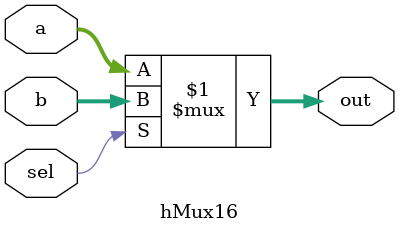
<source format=v>

`ifndef _h_mux16_
`define _h_mux16_

`timescale 1ns / 1ps
module hMux16(
    input [15:0] a,
    input [15:0] b,
    input sel,
    output [15:0] out
    );
	
	assign out = sel ? b : a;

endmodule

`endif
</source>
